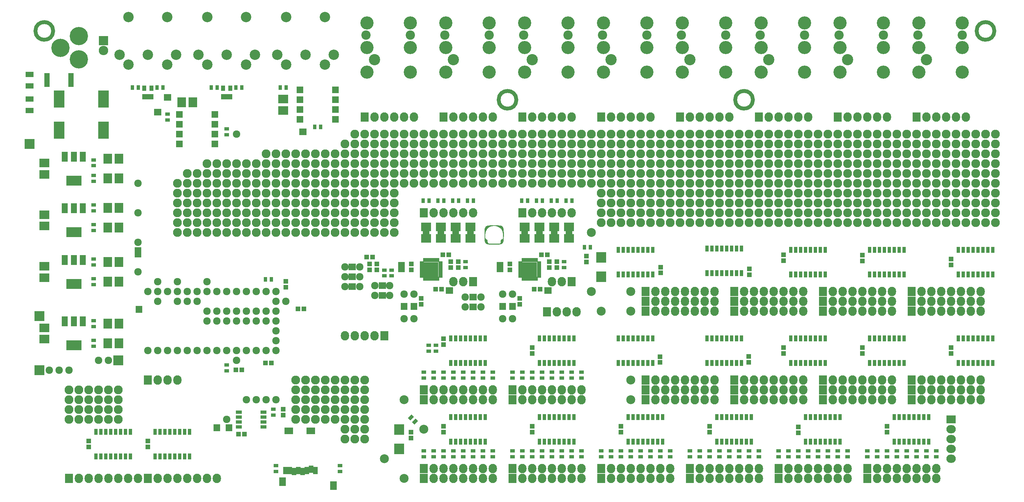
<source format=gbr>
G04 #@! TF.FileFunction,Soldermask,Top*
%FSLAX46Y46*%
G04 Gerber Fmt 4.6, Leading zero omitted, Abs format (unit mm)*
G04 Created by KiCad (PCBNEW 4.0.1-stable) date 2/7/2016 5:33:15 PM*
%MOMM*%
G01*
G04 APERTURE LIST*
%ADD10C,0.100000*%
%ADD11C,1.016000*%
%ADD12C,0.010000*%
%ADD13C,2.279600*%
%ADD14R,2.127200X2.432000*%
%ADD15O,2.127200X2.432000*%
%ADD16R,1.150000X1.200000*%
%ADD17R,2.432000X2.432000*%
%ADD18O,2.432000X2.432000*%
%ADD19R,1.300000X0.900000*%
%ADD20R,1.670000X1.035000*%
%ADD21R,2.630000X2.200000*%
%ADD22R,2.200000X2.630000*%
%ADD23R,1.619200X2.635200*%
%ADD24R,4.006800X2.599640*%
%ADD25C,2.686000*%
%ADD26C,3.400000*%
%ADD27C,2.900000*%
%ADD28C,2.400000*%
%ADD29R,0.900000X1.300000*%
%ADD30R,0.908000X1.543000*%
%ADD31R,1.100000X0.650000*%
%ADD32R,0.650000X1.100000*%
%ADD33R,2.125000X2.125000*%
%ADD34R,1.200000X1.900000*%
%ADD35R,1.800000X2.300000*%
%ADD36R,2.300000X1.800000*%
%ADD37R,1.050000X1.460000*%
%ADD38R,1.799540X1.700480*%
%ADD39R,1.200000X1.150000*%
%ADD40R,1.543000X0.908000*%
%ADD41R,1.035000X1.670000*%
%ADD42R,2.635200X2.635200*%
%ADD43C,1.924000*%
%ADD44C,4.718000*%
%ADD45C,2.305000*%
%ADD46R,2.630000X2.770000*%
%ADD47R,2.800300X4.400500*%
%ADD48R,2.000000X1.400000*%
%ADD49R,1.400000X3.600000*%
%ADD50R,2.432000X2.127200*%
%ADD51O,2.432000X2.127200*%
G04 APERTURE END LIST*
D10*
D11*
X214376000Y-49530000D02*
G75*
G03X214376000Y-49530000I-2286000J0D01*
G01*
X153416000Y-49530000D02*
G75*
G03X153416000Y-49530000I-2286000J0D01*
G01*
X276606000Y-31750000D02*
G75*
G03X276606000Y-31750000I-2286000J0D01*
G01*
X34036000Y-31750000D02*
G75*
G03X34036000Y-31750000I-2286000J0D01*
G01*
D12*
G36*
X147800321Y-81945206D02*
X148034963Y-81947570D01*
X148264191Y-81951499D01*
X148482316Y-81956878D01*
X148683653Y-81963595D01*
X148862515Y-81971534D01*
X149013215Y-81980581D01*
X149130067Y-81990622D01*
X149196287Y-81999454D01*
X149401611Y-82046146D01*
X149573135Y-82110559D01*
X149713834Y-82196253D01*
X149826684Y-82306788D01*
X149914659Y-82445723D01*
X149980734Y-82616619D01*
X150027885Y-82823036D01*
X150055103Y-83027078D01*
X150067975Y-83184179D01*
X150078256Y-83371713D01*
X150086015Y-83584157D01*
X150091323Y-83815989D01*
X150094251Y-84061688D01*
X150094869Y-84315729D01*
X150093248Y-84572592D01*
X150089458Y-84826754D01*
X150083570Y-85072693D01*
X150075654Y-85304885D01*
X150065781Y-85517810D01*
X150054020Y-85705944D01*
X150040444Y-85863766D01*
X150025121Y-85985753D01*
X150016750Y-86031948D01*
X149967465Y-86215986D01*
X149901473Y-86369981D01*
X149815078Y-86496608D01*
X149704584Y-86598544D01*
X149566295Y-86678463D01*
X149396516Y-86739041D01*
X149191550Y-86782956D01*
X148947702Y-86812881D01*
X148936801Y-86813850D01*
X148856577Y-86818692D01*
X148738072Y-86822840D01*
X148587078Y-86826294D01*
X148409387Y-86829058D01*
X148210792Y-86831132D01*
X147997085Y-86832518D01*
X147774060Y-86833219D01*
X147547509Y-86833234D01*
X147323224Y-86832567D01*
X147106998Y-86831219D01*
X146904625Y-86829191D01*
X146721896Y-86826485D01*
X146564604Y-86823102D01*
X146438542Y-86819045D01*
X146349502Y-86814315D01*
X146334653Y-86813113D01*
X146096243Y-86784012D01*
X145896411Y-86741656D01*
X145731008Y-86683998D01*
X145595883Y-86608992D01*
X145486886Y-86514589D01*
X145399868Y-86398743D01*
X145364484Y-86334511D01*
X145331198Y-86260312D01*
X145302462Y-86178280D01*
X145277976Y-86084900D01*
X145257440Y-85976655D01*
X145240552Y-85850027D01*
X145227014Y-85701501D01*
X145216523Y-85527559D01*
X145208781Y-85324684D01*
X145203487Y-85089360D01*
X145200340Y-84818070D01*
X145200105Y-84761813D01*
X145313808Y-84761813D01*
X145322479Y-84953164D01*
X145340331Y-85122684D01*
X145367562Y-85262828D01*
X145396885Y-85350202D01*
X145456756Y-85440225D01*
X145545114Y-85518981D01*
X145646565Y-85574562D01*
X145709877Y-85592259D01*
X145767938Y-85603830D01*
X145809941Y-85621754D01*
X145839989Y-85653205D01*
X145862185Y-85705358D01*
X145880631Y-85785389D01*
X145899429Y-85900472D01*
X145904136Y-85931992D01*
X145940301Y-86135906D01*
X145983281Y-86300234D01*
X146034930Y-86429285D01*
X146097100Y-86527366D01*
X146171647Y-86598786D01*
X146198867Y-86616988D01*
X146214691Y-86625798D01*
X146233310Y-86633321D01*
X146258117Y-86639658D01*
X146292507Y-86644909D01*
X146339875Y-86649173D01*
X146403615Y-86652551D01*
X146487122Y-86655143D01*
X146593790Y-86657049D01*
X146727013Y-86658369D01*
X146890187Y-86659203D01*
X147086704Y-86659651D01*
X147319961Y-86659813D01*
X147593352Y-86659790D01*
X147650200Y-86659773D01*
X147895606Y-86659383D01*
X148129762Y-86658413D01*
X148348615Y-86656918D01*
X148548112Y-86654954D01*
X148724199Y-86652577D01*
X148872823Y-86649842D01*
X148989931Y-86646805D01*
X149071468Y-86643522D01*
X149113382Y-86640049D01*
X149115596Y-86639613D01*
X149187939Y-86612590D01*
X149251309Y-86572908D01*
X149256486Y-86568357D01*
X149299494Y-86522010D01*
X149331929Y-86468243D01*
X149355626Y-86399771D01*
X149372414Y-86309308D01*
X149384127Y-86189568D01*
X149392597Y-86033265D01*
X149392908Y-86025814D01*
X149399201Y-85886390D01*
X149407039Y-85784219D01*
X149419758Y-85712420D01*
X149440698Y-85664109D01*
X149473199Y-85632402D01*
X149520598Y-85610417D01*
X149586235Y-85591271D01*
X149606234Y-85586030D01*
X149725578Y-85550229D01*
X149810926Y-85509648D01*
X149869616Y-85455795D01*
X149908984Y-85380175D01*
X149936369Y-85274296D01*
X149950956Y-85186990D01*
X149961614Y-85085339D01*
X149969317Y-84950514D01*
X149974077Y-84792993D01*
X149975904Y-84623255D01*
X149974809Y-84451775D01*
X149970803Y-84289032D01*
X149963897Y-84145502D01*
X149954103Y-84031665D01*
X149949709Y-83998904D01*
X149906759Y-83773435D01*
X149849573Y-83553441D01*
X149782204Y-83353097D01*
X149729547Y-83228722D01*
X149595860Y-82995700D01*
X149424464Y-82778776D01*
X149220090Y-82581797D01*
X148987469Y-82408607D01*
X148731333Y-82263051D01*
X148456412Y-82148974D01*
X148364785Y-82119609D01*
X148171681Y-82076690D01*
X147949052Y-82051809D01*
X147707510Y-82044566D01*
X147457671Y-82054562D01*
X147210152Y-82081396D01*
X146975566Y-82124670D01*
X146778227Y-82179347D01*
X146527066Y-82282811D01*
X146289056Y-82419081D01*
X146071978Y-82582451D01*
X145883612Y-82767212D01*
X145758070Y-82927686D01*
X145691645Y-83035436D01*
X145619690Y-83169189D01*
X145549671Y-83313517D01*
X145489052Y-83452988D01*
X145445299Y-83572172D01*
X145443484Y-83577980D01*
X145401233Y-83741800D01*
X145366973Y-83929078D01*
X145340902Y-84132266D01*
X145323218Y-84343817D01*
X145314121Y-84556182D01*
X145313808Y-84761813D01*
X145200105Y-84761813D01*
X145199040Y-84507296D01*
X145198965Y-84396469D01*
X145199798Y-84060669D01*
X145202569Y-83765720D01*
X145207729Y-83508325D01*
X145215727Y-83285186D01*
X145227014Y-83093005D01*
X145242038Y-82928484D01*
X145261252Y-82788327D01*
X145285103Y-82669234D01*
X145314043Y-82567910D01*
X145348521Y-82481056D01*
X145388987Y-82405374D01*
X145435892Y-82337566D01*
X145488346Y-82275786D01*
X145554483Y-82210369D01*
X145625364Y-82154946D01*
X145705299Y-82108547D01*
X145798602Y-82070204D01*
X145909583Y-82038947D01*
X146042555Y-82013807D01*
X146201829Y-81993815D01*
X146391717Y-81978002D01*
X146616532Y-81965398D01*
X146880584Y-81955035D01*
X146921331Y-81953695D01*
X147120768Y-81948653D01*
X147337536Y-81945633D01*
X147565950Y-81944523D01*
X147800321Y-81945206D01*
X147800321Y-81945206D01*
G37*
X147800321Y-81945206D02*
X148034963Y-81947570D01*
X148264191Y-81951499D01*
X148482316Y-81956878D01*
X148683653Y-81963595D01*
X148862515Y-81971534D01*
X149013215Y-81980581D01*
X149130067Y-81990622D01*
X149196287Y-81999454D01*
X149401611Y-82046146D01*
X149573135Y-82110559D01*
X149713834Y-82196253D01*
X149826684Y-82306788D01*
X149914659Y-82445723D01*
X149980734Y-82616619D01*
X150027885Y-82823036D01*
X150055103Y-83027078D01*
X150067975Y-83184179D01*
X150078256Y-83371713D01*
X150086015Y-83584157D01*
X150091323Y-83815989D01*
X150094251Y-84061688D01*
X150094869Y-84315729D01*
X150093248Y-84572592D01*
X150089458Y-84826754D01*
X150083570Y-85072693D01*
X150075654Y-85304885D01*
X150065781Y-85517810D01*
X150054020Y-85705944D01*
X150040444Y-85863766D01*
X150025121Y-85985753D01*
X150016750Y-86031948D01*
X149967465Y-86215986D01*
X149901473Y-86369981D01*
X149815078Y-86496608D01*
X149704584Y-86598544D01*
X149566295Y-86678463D01*
X149396516Y-86739041D01*
X149191550Y-86782956D01*
X148947702Y-86812881D01*
X148936801Y-86813850D01*
X148856577Y-86818692D01*
X148738072Y-86822840D01*
X148587078Y-86826294D01*
X148409387Y-86829058D01*
X148210792Y-86831132D01*
X147997085Y-86832518D01*
X147774060Y-86833219D01*
X147547509Y-86833234D01*
X147323224Y-86832567D01*
X147106998Y-86831219D01*
X146904625Y-86829191D01*
X146721896Y-86826485D01*
X146564604Y-86823102D01*
X146438542Y-86819045D01*
X146349502Y-86814315D01*
X146334653Y-86813113D01*
X146096243Y-86784012D01*
X145896411Y-86741656D01*
X145731008Y-86683998D01*
X145595883Y-86608992D01*
X145486886Y-86514589D01*
X145399868Y-86398743D01*
X145364484Y-86334511D01*
X145331198Y-86260312D01*
X145302462Y-86178280D01*
X145277976Y-86084900D01*
X145257440Y-85976655D01*
X145240552Y-85850027D01*
X145227014Y-85701501D01*
X145216523Y-85527559D01*
X145208781Y-85324684D01*
X145203487Y-85089360D01*
X145200340Y-84818070D01*
X145200105Y-84761813D01*
X145313808Y-84761813D01*
X145322479Y-84953164D01*
X145340331Y-85122684D01*
X145367562Y-85262828D01*
X145396885Y-85350202D01*
X145456756Y-85440225D01*
X145545114Y-85518981D01*
X145646565Y-85574562D01*
X145709877Y-85592259D01*
X145767938Y-85603830D01*
X145809941Y-85621754D01*
X145839989Y-85653205D01*
X145862185Y-85705358D01*
X145880631Y-85785389D01*
X145899429Y-85900472D01*
X145904136Y-85931992D01*
X145940301Y-86135906D01*
X145983281Y-86300234D01*
X146034930Y-86429285D01*
X146097100Y-86527366D01*
X146171647Y-86598786D01*
X146198867Y-86616988D01*
X146214691Y-86625798D01*
X146233310Y-86633321D01*
X146258117Y-86639658D01*
X146292507Y-86644909D01*
X146339875Y-86649173D01*
X146403615Y-86652551D01*
X146487122Y-86655143D01*
X146593790Y-86657049D01*
X146727013Y-86658369D01*
X146890187Y-86659203D01*
X147086704Y-86659651D01*
X147319961Y-86659813D01*
X147593352Y-86659790D01*
X147650200Y-86659773D01*
X147895606Y-86659383D01*
X148129762Y-86658413D01*
X148348615Y-86656918D01*
X148548112Y-86654954D01*
X148724199Y-86652577D01*
X148872823Y-86649842D01*
X148989931Y-86646805D01*
X149071468Y-86643522D01*
X149113382Y-86640049D01*
X149115596Y-86639613D01*
X149187939Y-86612590D01*
X149251309Y-86572908D01*
X149256486Y-86568357D01*
X149299494Y-86522010D01*
X149331929Y-86468243D01*
X149355626Y-86399771D01*
X149372414Y-86309308D01*
X149384127Y-86189568D01*
X149392597Y-86033265D01*
X149392908Y-86025814D01*
X149399201Y-85886390D01*
X149407039Y-85784219D01*
X149419758Y-85712420D01*
X149440698Y-85664109D01*
X149473199Y-85632402D01*
X149520598Y-85610417D01*
X149586235Y-85591271D01*
X149606234Y-85586030D01*
X149725578Y-85550229D01*
X149810926Y-85509648D01*
X149869616Y-85455795D01*
X149908984Y-85380175D01*
X149936369Y-85274296D01*
X149950956Y-85186990D01*
X149961614Y-85085339D01*
X149969317Y-84950514D01*
X149974077Y-84792993D01*
X149975904Y-84623255D01*
X149974809Y-84451775D01*
X149970803Y-84289032D01*
X149963897Y-84145502D01*
X149954103Y-84031665D01*
X149949709Y-83998904D01*
X149906759Y-83773435D01*
X149849573Y-83553441D01*
X149782204Y-83353097D01*
X149729547Y-83228722D01*
X149595860Y-82995700D01*
X149424464Y-82778776D01*
X149220090Y-82581797D01*
X148987469Y-82408607D01*
X148731333Y-82263051D01*
X148456412Y-82148974D01*
X148364785Y-82119609D01*
X148171681Y-82076690D01*
X147949052Y-82051809D01*
X147707510Y-82044566D01*
X147457671Y-82054562D01*
X147210152Y-82081396D01*
X146975566Y-82124670D01*
X146778227Y-82179347D01*
X146527066Y-82282811D01*
X146289056Y-82419081D01*
X146071978Y-82582451D01*
X145883612Y-82767212D01*
X145758070Y-82927686D01*
X145691645Y-83035436D01*
X145619690Y-83169189D01*
X145549671Y-83313517D01*
X145489052Y-83452988D01*
X145445299Y-83572172D01*
X145443484Y-83577980D01*
X145401233Y-83741800D01*
X145366973Y-83929078D01*
X145340902Y-84132266D01*
X145323218Y-84343817D01*
X145314121Y-84556182D01*
X145313808Y-84761813D01*
X145200105Y-84761813D01*
X145199040Y-84507296D01*
X145198965Y-84396469D01*
X145199798Y-84060669D01*
X145202569Y-83765720D01*
X145207729Y-83508325D01*
X145215727Y-83285186D01*
X145227014Y-83093005D01*
X145242038Y-82928484D01*
X145261252Y-82788327D01*
X145285103Y-82669234D01*
X145314043Y-82567910D01*
X145348521Y-82481056D01*
X145388987Y-82405374D01*
X145435892Y-82337566D01*
X145488346Y-82275786D01*
X145554483Y-82210369D01*
X145625364Y-82154946D01*
X145705299Y-82108547D01*
X145798602Y-82070204D01*
X145909583Y-82038947D01*
X146042555Y-82013807D01*
X146201829Y-81993815D01*
X146391717Y-81978002D01*
X146616532Y-81965398D01*
X146880584Y-81955035D01*
X146921331Y-81953695D01*
X147120768Y-81948653D01*
X147337536Y-81945633D01*
X147565950Y-81944523D01*
X147800321Y-81945206D01*
D13*
X104140000Y-132080000D03*
X106680000Y-132080000D03*
X101600000Y-132080000D03*
X96520000Y-132080000D03*
X99060000Y-132080000D03*
D14*
X58420000Y-121920000D03*
D15*
X60960000Y-121920000D03*
X63500000Y-121920000D03*
X66040000Y-121920000D03*
D13*
X40640000Y-124460000D03*
X43180000Y-124460000D03*
X48260000Y-124460000D03*
X45720000Y-124460000D03*
X38100000Y-124460000D03*
X50800000Y-124460000D03*
X38100000Y-129540000D03*
X38100000Y-127000000D03*
X40640000Y-127000000D03*
X40640000Y-129540000D03*
X40640000Y-132080000D03*
X38100000Y-132080000D03*
X109220000Y-134620000D03*
X109220000Y-137160000D03*
X109220000Y-132080000D03*
X114300000Y-137160000D03*
X111760000Y-134620000D03*
X114300000Y-134620000D03*
X114300000Y-132080000D03*
X111760000Y-137160000D03*
X111760000Y-132080000D03*
X106680000Y-129540000D03*
X104140000Y-129540000D03*
X101600000Y-129540000D03*
X96520000Y-129540000D03*
X99060000Y-129540000D03*
X109220000Y-129540000D03*
X111760000Y-129540000D03*
X114300000Y-129540000D03*
X109220000Y-127000000D03*
X111760000Y-127000000D03*
X106680000Y-127000000D03*
X106680000Y-121920000D03*
X111760000Y-121920000D03*
X106680000Y-124460000D03*
X109220000Y-124460000D03*
X111760000Y-124460000D03*
X109220000Y-121920000D03*
X114300000Y-121920000D03*
X114300000Y-127000000D03*
X114300000Y-124460000D03*
X101600000Y-124460000D03*
X104140000Y-127000000D03*
X99060000Y-124460000D03*
X96520000Y-127000000D03*
X104140000Y-124460000D03*
X99060000Y-127000000D03*
X101600000Y-127000000D03*
X96520000Y-124460000D03*
X101600000Y-121920000D03*
X104140000Y-121920000D03*
X99060000Y-121920000D03*
X96520000Y-121920000D03*
X48260000Y-127000000D03*
X48260000Y-129540000D03*
X48260000Y-132080000D03*
X45720000Y-132080000D03*
X50800000Y-127000000D03*
X50800000Y-129540000D03*
X50800000Y-132080000D03*
X43180000Y-127000000D03*
X45720000Y-129540000D03*
X45720000Y-127000000D03*
X43180000Y-132080000D03*
X43180000Y-129540000D03*
X73660000Y-66040000D03*
X83820000Y-66040000D03*
X81280000Y-66040000D03*
X88900000Y-66040000D03*
X86360000Y-66040000D03*
X88900000Y-63500000D03*
X78740000Y-66040000D03*
X93980000Y-63500000D03*
X91440000Y-66040000D03*
X91440000Y-63500000D03*
X93980000Y-66040000D03*
X96520000Y-66040000D03*
X96520000Y-63500000D03*
X101600000Y-66040000D03*
X99060000Y-66040000D03*
X101600000Y-63500000D03*
X99060000Y-63500000D03*
X106680000Y-63500000D03*
X104140000Y-66040000D03*
X104140000Y-63500000D03*
X106680000Y-66040000D03*
X119380000Y-63500000D03*
X119380000Y-66040000D03*
X121920000Y-63500000D03*
X121920000Y-66040000D03*
X124460000Y-63500000D03*
X124460000Y-66040000D03*
X124460000Y-58420000D03*
X124460000Y-60960000D03*
X121920000Y-60960000D03*
X121920000Y-58420000D03*
X116840000Y-60960000D03*
X116840000Y-58420000D03*
X119380000Y-58420000D03*
X116840000Y-63500000D03*
X116840000Y-66040000D03*
X119380000Y-60960000D03*
X109220000Y-66040000D03*
X109220000Y-63500000D03*
X114300000Y-66040000D03*
X114300000Y-63500000D03*
X111760000Y-66040000D03*
X111760000Y-63500000D03*
X111760000Y-58420000D03*
X111760000Y-60960000D03*
X114300000Y-60960000D03*
X114300000Y-58420000D03*
X109220000Y-60960000D03*
X76200000Y-66040000D03*
X261620000Y-78740000D03*
X261620000Y-81280000D03*
X266700000Y-78740000D03*
X264160000Y-81280000D03*
X266700000Y-81280000D03*
X264160000Y-78740000D03*
X259080000Y-78740000D03*
X259080000Y-81280000D03*
X254000000Y-81280000D03*
X256540000Y-81280000D03*
X254000000Y-78740000D03*
X269240000Y-81280000D03*
X271780000Y-78740000D03*
X271780000Y-81280000D03*
X269240000Y-78740000D03*
X256540000Y-78740000D03*
X276860000Y-81280000D03*
X274320000Y-81280000D03*
X274320000Y-78740000D03*
X276860000Y-78740000D03*
X228600000Y-81280000D03*
X228600000Y-78740000D03*
X231140000Y-81280000D03*
X231140000Y-78740000D03*
X226060000Y-78740000D03*
X220980000Y-78740000D03*
X226060000Y-81280000D03*
X220980000Y-81280000D03*
X223520000Y-78740000D03*
X223520000Y-81280000D03*
X200660000Y-78740000D03*
X200660000Y-81280000D03*
X198120000Y-81280000D03*
X198120000Y-78740000D03*
X193040000Y-81280000D03*
X195580000Y-78740000D03*
X193040000Y-78740000D03*
X195580000Y-81280000D03*
X203200000Y-81280000D03*
X205740000Y-78740000D03*
X203200000Y-78740000D03*
X205740000Y-81280000D03*
X180340000Y-78740000D03*
X177800000Y-81280000D03*
X180340000Y-81280000D03*
X175260000Y-81280000D03*
X175260000Y-78740000D03*
X177800000Y-78740000D03*
X190500000Y-78740000D03*
X187960000Y-78740000D03*
X187960000Y-81280000D03*
X190500000Y-81280000D03*
X182880000Y-78740000D03*
X182880000Y-81280000D03*
X185420000Y-81280000D03*
X185420000Y-78740000D03*
X208280000Y-81280000D03*
X210820000Y-81280000D03*
X213360000Y-81280000D03*
X213360000Y-78740000D03*
X210820000Y-78740000D03*
X208280000Y-78740000D03*
X218440000Y-81280000D03*
X215900000Y-78740000D03*
X215900000Y-81280000D03*
X218440000Y-78740000D03*
X243840000Y-81280000D03*
X246380000Y-81280000D03*
X246380000Y-78740000D03*
X243840000Y-78740000D03*
X251460000Y-78740000D03*
X248920000Y-81280000D03*
X251460000Y-81280000D03*
X248920000Y-78740000D03*
X233680000Y-78740000D03*
X236220000Y-81280000D03*
X233680000Y-81280000D03*
X236220000Y-78740000D03*
X238760000Y-81280000D03*
X241300000Y-81280000D03*
X238760000Y-78740000D03*
X241300000Y-78740000D03*
X261620000Y-73660000D03*
X261620000Y-76200000D03*
X266700000Y-73660000D03*
X264160000Y-76200000D03*
X266700000Y-76200000D03*
X264160000Y-73660000D03*
X259080000Y-73660000D03*
X259080000Y-76200000D03*
X254000000Y-76200000D03*
X256540000Y-76200000D03*
X254000000Y-73660000D03*
X269240000Y-76200000D03*
X271780000Y-73660000D03*
X271780000Y-76200000D03*
X269240000Y-73660000D03*
X256540000Y-73660000D03*
X276860000Y-76200000D03*
X274320000Y-76200000D03*
X274320000Y-73660000D03*
X276860000Y-73660000D03*
X228600000Y-76200000D03*
X228600000Y-73660000D03*
X231140000Y-76200000D03*
X231140000Y-73660000D03*
X226060000Y-73660000D03*
X220980000Y-73660000D03*
X226060000Y-76200000D03*
X220980000Y-76200000D03*
X223520000Y-73660000D03*
X223520000Y-76200000D03*
X200660000Y-73660000D03*
X200660000Y-76200000D03*
X198120000Y-76200000D03*
X198120000Y-73660000D03*
X193040000Y-76200000D03*
X195580000Y-73660000D03*
X193040000Y-73660000D03*
X195580000Y-76200000D03*
X203200000Y-76200000D03*
X205740000Y-73660000D03*
X203200000Y-73660000D03*
X205740000Y-76200000D03*
X180340000Y-73660000D03*
X177800000Y-76200000D03*
X180340000Y-76200000D03*
X175260000Y-76200000D03*
X175260000Y-73660000D03*
X177800000Y-73660000D03*
X190500000Y-73660000D03*
X187960000Y-73660000D03*
X187960000Y-76200000D03*
X190500000Y-76200000D03*
X182880000Y-73660000D03*
X182880000Y-76200000D03*
X185420000Y-76200000D03*
X185420000Y-73660000D03*
X208280000Y-76200000D03*
X210820000Y-76200000D03*
X213360000Y-76200000D03*
X213360000Y-73660000D03*
X210820000Y-73660000D03*
X208280000Y-73660000D03*
X218440000Y-76200000D03*
X215900000Y-73660000D03*
X215900000Y-76200000D03*
X218440000Y-73660000D03*
X243840000Y-76200000D03*
X246380000Y-76200000D03*
X246380000Y-73660000D03*
X243840000Y-73660000D03*
X251460000Y-73660000D03*
X248920000Y-76200000D03*
X251460000Y-76200000D03*
X248920000Y-73660000D03*
X233680000Y-73660000D03*
X236220000Y-76200000D03*
X233680000Y-76200000D03*
X236220000Y-73660000D03*
X238760000Y-76200000D03*
X241300000Y-76200000D03*
X238760000Y-73660000D03*
X241300000Y-73660000D03*
X231140000Y-58420000D03*
X228600000Y-60960000D03*
X228600000Y-58420000D03*
X231140000Y-60960000D03*
X218440000Y-58420000D03*
X215900000Y-60960000D03*
X218440000Y-60960000D03*
X215900000Y-58420000D03*
X223520000Y-60960000D03*
X220980000Y-58420000D03*
X223520000Y-58420000D03*
X226060000Y-60960000D03*
X220980000Y-60960000D03*
X226060000Y-58420000D03*
X203200000Y-60960000D03*
X203200000Y-58420000D03*
X205740000Y-58420000D03*
X205740000Y-60960000D03*
X208280000Y-58420000D03*
X208280000Y-60960000D03*
X213360000Y-58420000D03*
X210820000Y-58420000D03*
X210820000Y-60960000D03*
X213360000Y-60960000D03*
X264160000Y-58420000D03*
X261620000Y-58420000D03*
X264160000Y-60960000D03*
X266700000Y-60960000D03*
X266700000Y-58420000D03*
X261620000Y-60960000D03*
X256540000Y-60960000D03*
X254000000Y-60960000D03*
X259080000Y-60960000D03*
X254000000Y-58420000D03*
X256540000Y-58420000D03*
X259080000Y-58420000D03*
X251460000Y-60960000D03*
X251460000Y-58420000D03*
X246380000Y-58420000D03*
X248920000Y-58420000D03*
X248920000Y-60960000D03*
X246380000Y-60960000D03*
X236220000Y-58420000D03*
X233680000Y-60960000D03*
X233680000Y-58420000D03*
X236220000Y-60960000D03*
X276860000Y-58420000D03*
X269240000Y-58420000D03*
X274320000Y-58420000D03*
X276860000Y-60960000D03*
X271780000Y-60960000D03*
X269240000Y-60960000D03*
X271780000Y-58420000D03*
X274320000Y-60960000D03*
X241300000Y-58420000D03*
X243840000Y-58420000D03*
X241300000Y-60960000D03*
X243840000Y-60960000D03*
X238760000Y-58420000D03*
X238760000Y-60960000D03*
X198120000Y-58420000D03*
X200660000Y-58420000D03*
X198120000Y-60960000D03*
X200660000Y-60960000D03*
X185420000Y-60960000D03*
X187960000Y-60960000D03*
X190500000Y-58420000D03*
X195580000Y-58420000D03*
X193040000Y-58420000D03*
X190500000Y-60960000D03*
X195580000Y-60960000D03*
X193040000Y-60960000D03*
X187960000Y-58420000D03*
X180340000Y-58420000D03*
X182880000Y-58420000D03*
X185420000Y-58420000D03*
X182880000Y-60960000D03*
X180340000Y-60960000D03*
X177800000Y-58420000D03*
X175260000Y-60960000D03*
X177800000Y-60960000D03*
X175260000Y-58420000D03*
X172720000Y-58420000D03*
X170180000Y-60960000D03*
X170180000Y-58420000D03*
X167640000Y-58420000D03*
X167640000Y-60960000D03*
X172720000Y-60960000D03*
X129540000Y-58420000D03*
X129540000Y-60960000D03*
X127000000Y-58420000D03*
X165100000Y-60960000D03*
X165100000Y-58420000D03*
X162560000Y-60960000D03*
X160020000Y-60960000D03*
X162560000Y-58420000D03*
X160020000Y-58420000D03*
X154940000Y-58420000D03*
X157480000Y-58420000D03*
X157480000Y-60960000D03*
X154940000Y-60960000D03*
X149860000Y-60960000D03*
X147320000Y-58420000D03*
X149860000Y-58420000D03*
X147320000Y-60960000D03*
X152400000Y-58420000D03*
X144780000Y-60960000D03*
X144780000Y-58420000D03*
X152400000Y-60960000D03*
X139700000Y-58420000D03*
X142240000Y-58420000D03*
X142240000Y-60960000D03*
X139700000Y-60960000D03*
X134620000Y-60960000D03*
X132080000Y-60960000D03*
X137160000Y-58420000D03*
X132080000Y-58420000D03*
X137160000Y-60960000D03*
X134620000Y-58420000D03*
X127000000Y-60960000D03*
X231140000Y-63500000D03*
X228600000Y-66040000D03*
X228600000Y-63500000D03*
X231140000Y-66040000D03*
X218440000Y-63500000D03*
X215900000Y-66040000D03*
X218440000Y-66040000D03*
X215900000Y-63500000D03*
X223520000Y-66040000D03*
X220980000Y-63500000D03*
X223520000Y-63500000D03*
X226060000Y-66040000D03*
X220980000Y-66040000D03*
X226060000Y-63500000D03*
X203200000Y-66040000D03*
X203200000Y-63500000D03*
X205740000Y-63500000D03*
X205740000Y-66040000D03*
X208280000Y-63500000D03*
X208280000Y-66040000D03*
X213360000Y-63500000D03*
X210820000Y-63500000D03*
X210820000Y-66040000D03*
X213360000Y-66040000D03*
X264160000Y-63500000D03*
X261620000Y-63500000D03*
X264160000Y-66040000D03*
X266700000Y-66040000D03*
X266700000Y-63500000D03*
X261620000Y-66040000D03*
X256540000Y-66040000D03*
X254000000Y-66040000D03*
X259080000Y-66040000D03*
X254000000Y-63500000D03*
X256540000Y-63500000D03*
X259080000Y-63500000D03*
X251460000Y-66040000D03*
X251460000Y-63500000D03*
X246380000Y-63500000D03*
X248920000Y-63500000D03*
X248920000Y-66040000D03*
X246380000Y-66040000D03*
X236220000Y-63500000D03*
X233680000Y-66040000D03*
X233680000Y-63500000D03*
X236220000Y-66040000D03*
X276860000Y-63500000D03*
X269240000Y-63500000D03*
X274320000Y-63500000D03*
X276860000Y-66040000D03*
X271780000Y-66040000D03*
X269240000Y-66040000D03*
X271780000Y-63500000D03*
X274320000Y-66040000D03*
X241300000Y-63500000D03*
X243840000Y-63500000D03*
X241300000Y-66040000D03*
X243840000Y-66040000D03*
X238760000Y-63500000D03*
X238760000Y-66040000D03*
X198120000Y-63500000D03*
X200660000Y-63500000D03*
X198120000Y-66040000D03*
X200660000Y-66040000D03*
X185420000Y-66040000D03*
X187960000Y-66040000D03*
X190500000Y-63500000D03*
X195580000Y-63500000D03*
X193040000Y-63500000D03*
X190500000Y-66040000D03*
X195580000Y-66040000D03*
X193040000Y-66040000D03*
X187960000Y-63500000D03*
X180340000Y-63500000D03*
X182880000Y-63500000D03*
X185420000Y-63500000D03*
X182880000Y-66040000D03*
X180340000Y-66040000D03*
X177800000Y-63500000D03*
X175260000Y-66040000D03*
X177800000Y-66040000D03*
X175260000Y-63500000D03*
X172720000Y-63500000D03*
X170180000Y-66040000D03*
X170180000Y-63500000D03*
X167640000Y-63500000D03*
X167640000Y-66040000D03*
X172720000Y-66040000D03*
X129540000Y-63500000D03*
X129540000Y-66040000D03*
X127000000Y-63500000D03*
X165100000Y-66040000D03*
X165100000Y-63500000D03*
X162560000Y-66040000D03*
X160020000Y-66040000D03*
X162560000Y-63500000D03*
X160020000Y-63500000D03*
X154940000Y-63500000D03*
X157480000Y-63500000D03*
X157480000Y-66040000D03*
X154940000Y-66040000D03*
X149860000Y-66040000D03*
X147320000Y-63500000D03*
X149860000Y-63500000D03*
X147320000Y-66040000D03*
X152400000Y-63500000D03*
X144780000Y-66040000D03*
X144780000Y-63500000D03*
X152400000Y-66040000D03*
X139700000Y-63500000D03*
X142240000Y-63500000D03*
X142240000Y-66040000D03*
X139700000Y-66040000D03*
X134620000Y-66040000D03*
X132080000Y-66040000D03*
X137160000Y-63500000D03*
X132080000Y-63500000D03*
X137160000Y-66040000D03*
X134620000Y-63500000D03*
X127000000Y-66040000D03*
X276860000Y-68580000D03*
X271780000Y-68580000D03*
X264160000Y-68580000D03*
X266700000Y-68580000D03*
X269240000Y-68580000D03*
X274320000Y-68580000D03*
X276860000Y-71120000D03*
X271780000Y-71120000D03*
X274320000Y-71120000D03*
X269240000Y-71120000D03*
X266700000Y-71120000D03*
X264160000Y-71120000D03*
X261620000Y-68580000D03*
X256540000Y-68580000D03*
X248920000Y-68580000D03*
X251460000Y-68580000D03*
X254000000Y-68580000D03*
X259080000Y-68580000D03*
X261620000Y-71120000D03*
X256540000Y-71120000D03*
X259080000Y-71120000D03*
X254000000Y-71120000D03*
X251460000Y-71120000D03*
X248920000Y-71120000D03*
X246380000Y-68580000D03*
X241300000Y-68580000D03*
X233680000Y-68580000D03*
X236220000Y-68580000D03*
X238760000Y-68580000D03*
X243840000Y-68580000D03*
X246380000Y-71120000D03*
X241300000Y-71120000D03*
X243840000Y-71120000D03*
X238760000Y-71120000D03*
X236220000Y-71120000D03*
X233680000Y-71120000D03*
X231140000Y-68580000D03*
X226060000Y-68580000D03*
X218440000Y-68580000D03*
X220980000Y-68580000D03*
X223520000Y-68580000D03*
X228600000Y-68580000D03*
X231140000Y-71120000D03*
X226060000Y-71120000D03*
X228600000Y-71120000D03*
X223520000Y-71120000D03*
X220980000Y-71120000D03*
X218440000Y-71120000D03*
X215900000Y-68580000D03*
X210820000Y-68580000D03*
X203200000Y-68580000D03*
X205740000Y-68580000D03*
X208280000Y-68580000D03*
X213360000Y-68580000D03*
X215900000Y-71120000D03*
X210820000Y-71120000D03*
X213360000Y-71120000D03*
X208280000Y-71120000D03*
X205740000Y-71120000D03*
X203200000Y-71120000D03*
X200660000Y-68580000D03*
X195580000Y-68580000D03*
X187960000Y-68580000D03*
X190500000Y-68580000D03*
X193040000Y-68580000D03*
X198120000Y-68580000D03*
X200660000Y-71120000D03*
X195580000Y-71120000D03*
X198120000Y-71120000D03*
X193040000Y-71120000D03*
X190500000Y-71120000D03*
X187960000Y-71120000D03*
X185420000Y-68580000D03*
X180340000Y-68580000D03*
X172720000Y-68580000D03*
X175260000Y-68580000D03*
X177800000Y-68580000D03*
X182880000Y-68580000D03*
X185420000Y-71120000D03*
X180340000Y-71120000D03*
X182880000Y-71120000D03*
X177800000Y-71120000D03*
X175260000Y-71120000D03*
X172720000Y-71120000D03*
X170180000Y-68580000D03*
X165100000Y-68580000D03*
X157480000Y-68580000D03*
X160020000Y-68580000D03*
X162560000Y-68580000D03*
X167640000Y-68580000D03*
X170180000Y-71120000D03*
X165100000Y-71120000D03*
X167640000Y-71120000D03*
X162560000Y-71120000D03*
X160020000Y-71120000D03*
X157480000Y-71120000D03*
X154940000Y-68580000D03*
X149860000Y-68580000D03*
X142240000Y-68580000D03*
X144780000Y-68580000D03*
X147320000Y-68580000D03*
X152400000Y-68580000D03*
X154940000Y-71120000D03*
X149860000Y-71120000D03*
X152400000Y-71120000D03*
X147320000Y-71120000D03*
X144780000Y-71120000D03*
X142240000Y-71120000D03*
X139700000Y-68580000D03*
X134620000Y-68580000D03*
X127000000Y-68580000D03*
X129540000Y-68580000D03*
X132080000Y-68580000D03*
X137160000Y-68580000D03*
X139700000Y-71120000D03*
X134620000Y-71120000D03*
X137160000Y-71120000D03*
X132080000Y-71120000D03*
X129540000Y-71120000D03*
X127000000Y-71120000D03*
X124460000Y-68580000D03*
X124460000Y-71120000D03*
X121920000Y-68580000D03*
X119380000Y-68580000D03*
X116840000Y-71120000D03*
X111760000Y-73660000D03*
X114300000Y-73660000D03*
X116840000Y-73660000D03*
X111760000Y-78740000D03*
X111760000Y-81280000D03*
X111760000Y-83820000D03*
X114300000Y-83820000D03*
X111760000Y-76200000D03*
X114300000Y-76200000D03*
X114300000Y-78740000D03*
X116840000Y-78740000D03*
X116840000Y-83820000D03*
X114300000Y-81280000D03*
X116840000Y-81280000D03*
X119380000Y-81280000D03*
X121920000Y-81280000D03*
X121920000Y-83820000D03*
X119380000Y-83820000D03*
X111760000Y-68580000D03*
X114300000Y-71120000D03*
X114300000Y-68580000D03*
X116840000Y-68580000D03*
X111760000Y-71120000D03*
X119380000Y-71120000D03*
X119380000Y-73660000D03*
X121920000Y-73660000D03*
X121920000Y-71120000D03*
X116840000Y-76200000D03*
X119380000Y-76200000D03*
X121920000Y-76200000D03*
X119380000Y-78740000D03*
X121920000Y-78740000D03*
X66040000Y-76200000D03*
X66040000Y-78740000D03*
X66040000Y-71120000D03*
X66040000Y-73660000D03*
X66040000Y-81280000D03*
X66040000Y-83820000D03*
X73660000Y-73660000D03*
X73660000Y-76200000D03*
X73660000Y-78740000D03*
X73660000Y-83820000D03*
X73660000Y-81280000D03*
X68580000Y-71120000D03*
X71120000Y-71120000D03*
X68580000Y-73660000D03*
X71120000Y-73660000D03*
X68580000Y-76200000D03*
X71120000Y-76200000D03*
X68580000Y-78740000D03*
X71120000Y-83820000D03*
X68580000Y-81280000D03*
X71120000Y-81280000D03*
X68580000Y-83820000D03*
X71120000Y-78740000D03*
X68580000Y-68580000D03*
X71120000Y-68580000D03*
X73660000Y-68580000D03*
X73660000Y-71120000D03*
X109220000Y-83820000D03*
X106680000Y-83820000D03*
X104140000Y-83820000D03*
X101600000Y-83820000D03*
X99060000Y-83820000D03*
X96520000Y-83820000D03*
X93980000Y-83820000D03*
X91440000Y-83820000D03*
X88900000Y-83820000D03*
X86360000Y-83820000D03*
X83820000Y-83820000D03*
X81280000Y-83820000D03*
X78740000Y-83820000D03*
X76200000Y-83820000D03*
X109220000Y-81280000D03*
X106680000Y-81280000D03*
X104140000Y-81280000D03*
X101600000Y-81280000D03*
X99060000Y-81280000D03*
X96520000Y-81280000D03*
X93980000Y-81280000D03*
X91440000Y-81280000D03*
X88900000Y-81280000D03*
X86360000Y-81280000D03*
X83820000Y-81280000D03*
X81280000Y-81280000D03*
X78740000Y-81280000D03*
X76200000Y-81280000D03*
X109220000Y-78740000D03*
X106680000Y-78740000D03*
X104140000Y-78740000D03*
X101600000Y-78740000D03*
X99060000Y-78740000D03*
X96520000Y-78740000D03*
X93980000Y-78740000D03*
X91440000Y-78740000D03*
X88900000Y-78740000D03*
X86360000Y-78740000D03*
X83820000Y-78740000D03*
X81280000Y-78740000D03*
X78740000Y-78740000D03*
X76200000Y-78740000D03*
X109220000Y-76200000D03*
X106680000Y-76200000D03*
X104140000Y-76200000D03*
X101600000Y-76200000D03*
X99060000Y-76200000D03*
X96520000Y-76200000D03*
X93980000Y-76200000D03*
X91440000Y-76200000D03*
X88900000Y-76200000D03*
X86360000Y-76200000D03*
X83820000Y-76200000D03*
X81280000Y-76200000D03*
X78740000Y-76200000D03*
X76200000Y-76200000D03*
X109220000Y-73660000D03*
X106680000Y-73660000D03*
X104140000Y-73660000D03*
X101600000Y-73660000D03*
X99060000Y-73660000D03*
X96520000Y-73660000D03*
X93980000Y-73660000D03*
X91440000Y-73660000D03*
X88900000Y-73660000D03*
X86360000Y-73660000D03*
X83820000Y-73660000D03*
X81280000Y-73660000D03*
X78740000Y-73660000D03*
X76200000Y-73660000D03*
X109220000Y-71120000D03*
X106680000Y-71120000D03*
X104140000Y-71120000D03*
X101600000Y-71120000D03*
X99060000Y-71120000D03*
X96520000Y-71120000D03*
X93980000Y-71120000D03*
X91440000Y-71120000D03*
X88900000Y-71120000D03*
X86360000Y-71120000D03*
X83820000Y-71120000D03*
X81280000Y-71120000D03*
X78740000Y-71120000D03*
X76200000Y-71120000D03*
X109220000Y-68580000D03*
X106680000Y-68580000D03*
X104140000Y-68580000D03*
X101600000Y-68580000D03*
X99060000Y-68580000D03*
X96520000Y-68580000D03*
X93980000Y-68580000D03*
X91440000Y-68580000D03*
X88900000Y-68580000D03*
X86360000Y-68580000D03*
X83820000Y-68580000D03*
X81280000Y-68580000D03*
X78740000Y-68580000D03*
D16*
X43180000Y-137680000D03*
X43180000Y-139180000D03*
X248920000Y-133870000D03*
X248920000Y-135370000D03*
D14*
X152400000Y-144780000D03*
D15*
X154940000Y-144780000D03*
X157480000Y-144780000D03*
X160020000Y-144780000D03*
X162560000Y-144780000D03*
X165100000Y-144780000D03*
X167640000Y-144780000D03*
X170180000Y-144780000D03*
D16*
X265430000Y-113550000D03*
X265430000Y-115050000D03*
D14*
X232410000Y-101600000D03*
D15*
X234950000Y-101600000D03*
X237490000Y-101600000D03*
X240030000Y-101600000D03*
X242570000Y-101600000D03*
X245110000Y-101600000D03*
X247650000Y-101600000D03*
X250190000Y-101600000D03*
D14*
X232410000Y-104140000D03*
D15*
X234950000Y-104140000D03*
X237490000Y-104140000D03*
X240030000Y-104140000D03*
X242570000Y-104140000D03*
X245110000Y-104140000D03*
X247650000Y-104140000D03*
X250190000Y-104140000D03*
D14*
X186690000Y-101600000D03*
D15*
X189230000Y-101600000D03*
X191770000Y-101600000D03*
X194310000Y-101600000D03*
X196850000Y-101600000D03*
X199390000Y-101600000D03*
X201930000Y-101600000D03*
X204470000Y-101600000D03*
D14*
X255270000Y-127000000D03*
D15*
X257810000Y-127000000D03*
X260350000Y-127000000D03*
X262890000Y-127000000D03*
X265430000Y-127000000D03*
X267970000Y-127000000D03*
X270510000Y-127000000D03*
X273050000Y-127000000D03*
D14*
X255270000Y-101600000D03*
D15*
X257810000Y-101600000D03*
X260350000Y-101600000D03*
X262890000Y-101600000D03*
X265430000Y-101600000D03*
X267970000Y-101600000D03*
X270510000Y-101600000D03*
X273050000Y-101600000D03*
D17*
X46990000Y-34290000D03*
D18*
X46990000Y-36830000D03*
D19*
X44450000Y-97270000D03*
X44450000Y-95770000D03*
X44450000Y-92190000D03*
X44450000Y-90690000D03*
X44450000Y-70600000D03*
X44450000Y-69100000D03*
X44450000Y-66560000D03*
X44450000Y-65060000D03*
D20*
X152400000Y-103276400D03*
X152400000Y-102463600D03*
D19*
X44450000Y-83300000D03*
X44450000Y-81800000D03*
X44450000Y-78220000D03*
X44450000Y-76720000D03*
X165735000Y-91325000D03*
X165735000Y-92825000D03*
D21*
X31750000Y-95440000D03*
X31750000Y-92520000D03*
D22*
X50990000Y-96520000D03*
X48070000Y-96520000D03*
X50990000Y-91440000D03*
X48070000Y-91440000D03*
D21*
X31750000Y-68770000D03*
X31750000Y-65850000D03*
D22*
X50990000Y-69850000D03*
X48070000Y-69850000D03*
X50990000Y-64770000D03*
X48070000Y-64770000D03*
D19*
X119380000Y-93497400D03*
X119380000Y-94997400D03*
X121285000Y-93497400D03*
X121285000Y-94997400D03*
D23*
X41681400Y-90881200D03*
X39370000Y-90881200D03*
X37058600Y-90881200D03*
D24*
X39370000Y-97078800D03*
D25*
X71440040Y-37899340D03*
X78740000Y-37899340D03*
X86039960Y-37899340D03*
X73738740Y-40401240D03*
X83741260Y-40401240D03*
X73738740Y-28199080D03*
X83741260Y-28199080D03*
X91760040Y-37899340D03*
X99060000Y-37899340D03*
X106359960Y-37899340D03*
X94058740Y-40401240D03*
X104061260Y-40401240D03*
X94058740Y-28199080D03*
X104061260Y-28199080D03*
D26*
X135240000Y-42350000D03*
X135240000Y-36000000D03*
X135240000Y-29650000D03*
X146440000Y-42350000D03*
X146440000Y-36000000D03*
X146440000Y-29650000D03*
D27*
X137140000Y-39200000D03*
D28*
X135010000Y-32850000D03*
X146440000Y-32850000D03*
D26*
X155560000Y-42350000D03*
X155560000Y-36000000D03*
X155560000Y-29650000D03*
X166760000Y-42350000D03*
X166760000Y-36000000D03*
X166760000Y-29650000D03*
D27*
X157460000Y-39200000D03*
D28*
X155330000Y-32850000D03*
X166760000Y-32850000D03*
D26*
X175880000Y-42350000D03*
X175880000Y-36000000D03*
X175880000Y-29650000D03*
X187080000Y-42350000D03*
X187080000Y-36000000D03*
X187080000Y-29650000D03*
D27*
X177780000Y-39200000D03*
D28*
X175650000Y-32850000D03*
X187080000Y-32850000D03*
D26*
X196200000Y-42350000D03*
X196200000Y-36000000D03*
X196200000Y-29650000D03*
X207400000Y-42350000D03*
X207400000Y-36000000D03*
X207400000Y-29650000D03*
D27*
X198100000Y-39200000D03*
D28*
X195970000Y-32850000D03*
X207400000Y-32850000D03*
D26*
X216520000Y-42350000D03*
X216520000Y-36000000D03*
X216520000Y-29650000D03*
X227720000Y-42350000D03*
X227720000Y-36000000D03*
X227720000Y-29650000D03*
D27*
X218420000Y-39200000D03*
D28*
X216290000Y-32850000D03*
X227720000Y-32850000D03*
D26*
X236840000Y-42350000D03*
X236840000Y-36000000D03*
X236840000Y-29650000D03*
X248040000Y-42350000D03*
X248040000Y-36000000D03*
X248040000Y-29650000D03*
D27*
X238740000Y-39200000D03*
D28*
X236610000Y-32850000D03*
X248040000Y-32850000D03*
D29*
X55995000Y-46355000D03*
X54495000Y-46355000D03*
D20*
X149225000Y-91897200D03*
X149225000Y-92710000D03*
X149225000Y-93522800D03*
D16*
X58420000Y-137680000D03*
X58420000Y-139180000D03*
X190601600Y-94247400D03*
X190601600Y-92747400D03*
X213461600Y-94679200D03*
X213461600Y-93179200D03*
X222300800Y-89547000D03*
X222300800Y-91047000D03*
X242570000Y-89674000D03*
X242570000Y-91174000D03*
X265430000Y-90690000D03*
X265430000Y-92190000D03*
X190474600Y-117348000D03*
X190474600Y-115848000D03*
X213334600Y-117297200D03*
X213334600Y-115797200D03*
X222250000Y-113550000D03*
X222250000Y-115050000D03*
X242570000Y-113550000D03*
X242570000Y-115050000D03*
X134620000Y-111238600D03*
X134620000Y-112738600D03*
X157480000Y-113550000D03*
X157480000Y-115050000D03*
X134620000Y-133870000D03*
X134620000Y-135370000D03*
X157480000Y-133870000D03*
X157480000Y-135370000D03*
X180340000Y-135370000D03*
X180340000Y-133870000D03*
D14*
X38100000Y-147320000D03*
D15*
X40640000Y-147320000D03*
X43180000Y-147320000D03*
X45720000Y-147320000D03*
X48260000Y-147320000D03*
X50800000Y-147320000D03*
X53340000Y-147320000D03*
X55880000Y-147320000D03*
D14*
X58420000Y-147320000D03*
D15*
X60960000Y-147320000D03*
X63500000Y-147320000D03*
X66040000Y-147320000D03*
X68580000Y-147320000D03*
X71120000Y-147320000D03*
X73660000Y-147320000D03*
X76200000Y-147320000D03*
D14*
X209550000Y-101600000D03*
D15*
X212090000Y-101600000D03*
X214630000Y-101600000D03*
X217170000Y-101600000D03*
X219710000Y-101600000D03*
X222250000Y-101600000D03*
X224790000Y-101600000D03*
X227330000Y-101600000D03*
D14*
X186690000Y-124460000D03*
D15*
X189230000Y-124460000D03*
X191770000Y-124460000D03*
X194310000Y-124460000D03*
X196850000Y-124460000D03*
X199390000Y-124460000D03*
X201930000Y-124460000D03*
X204470000Y-124460000D03*
D14*
X209550000Y-124460000D03*
D15*
X212090000Y-124460000D03*
X214630000Y-124460000D03*
X217170000Y-124460000D03*
X219710000Y-124460000D03*
X222250000Y-124460000D03*
X224790000Y-124460000D03*
X227330000Y-124460000D03*
D14*
X232410000Y-124460000D03*
D15*
X234950000Y-124460000D03*
X237490000Y-124460000D03*
X240030000Y-124460000D03*
X242570000Y-124460000D03*
X245110000Y-124460000D03*
X247650000Y-124460000D03*
X250190000Y-124460000D03*
D14*
X255270000Y-124460000D03*
D15*
X257810000Y-124460000D03*
X260350000Y-124460000D03*
X262890000Y-124460000D03*
X265430000Y-124460000D03*
X267970000Y-124460000D03*
X270510000Y-124460000D03*
X273050000Y-124460000D03*
D30*
X69215000Y-141605000D03*
X67945000Y-141605000D03*
X66675000Y-141605000D03*
X65405000Y-141605000D03*
X64135000Y-141605000D03*
X62865000Y-141605000D03*
X61595000Y-141605000D03*
X60325000Y-141605000D03*
X65405000Y-135255000D03*
X61595000Y-135255000D03*
X62865000Y-135255000D03*
X60325000Y-135255000D03*
X64135000Y-135255000D03*
X67945000Y-135255000D03*
X66675000Y-135255000D03*
X69215000Y-135255000D03*
X179705000Y-88265000D03*
X180975000Y-88265000D03*
X182245000Y-88265000D03*
X183515000Y-88265000D03*
X184785000Y-88265000D03*
X186055000Y-88265000D03*
X187325000Y-88265000D03*
X188595000Y-88265000D03*
X183515000Y-94615000D03*
X187325000Y-94615000D03*
X186055000Y-94615000D03*
X188595000Y-94615000D03*
X184785000Y-94615000D03*
X180975000Y-94615000D03*
X182245000Y-94615000D03*
X179705000Y-94615000D03*
X202565000Y-87960200D03*
X203835000Y-87960200D03*
X205105000Y-87960200D03*
X206375000Y-87960200D03*
X207645000Y-87960200D03*
X208915000Y-87960200D03*
X210185000Y-87960200D03*
X211455000Y-87960200D03*
X206375000Y-94310200D03*
X210185000Y-94310200D03*
X208915000Y-94310200D03*
X211455000Y-94310200D03*
X207645000Y-94310200D03*
X203835000Y-94310200D03*
X205105000Y-94310200D03*
X202565000Y-94310200D03*
X253365000Y-94615000D03*
X252095000Y-94615000D03*
X250825000Y-94615000D03*
X249555000Y-94615000D03*
X248285000Y-94615000D03*
X247015000Y-94615000D03*
X245745000Y-94615000D03*
X244475000Y-94615000D03*
X249555000Y-88265000D03*
X245745000Y-88265000D03*
X247015000Y-88265000D03*
X244475000Y-88265000D03*
X248285000Y-88265000D03*
X252095000Y-88265000D03*
X250825000Y-88265000D03*
X253365000Y-88265000D03*
X276225000Y-94615000D03*
X274955000Y-94615000D03*
X273685000Y-94615000D03*
X272415000Y-94615000D03*
X271145000Y-94615000D03*
X269875000Y-94615000D03*
X268605000Y-94615000D03*
X267335000Y-94615000D03*
X272415000Y-88265000D03*
X268605000Y-88265000D03*
X269875000Y-88265000D03*
X267335000Y-88265000D03*
X271145000Y-88265000D03*
X274955000Y-88265000D03*
X273685000Y-88265000D03*
X276225000Y-88265000D03*
X179705000Y-111125000D03*
X180975000Y-111125000D03*
X182245000Y-111125000D03*
X183515000Y-111125000D03*
X184785000Y-111125000D03*
X186055000Y-111125000D03*
X187325000Y-111125000D03*
X188595000Y-111125000D03*
X183515000Y-117475000D03*
X187325000Y-117475000D03*
X186055000Y-117475000D03*
X188595000Y-117475000D03*
X184785000Y-117475000D03*
X180975000Y-117475000D03*
X182245000Y-117475000D03*
X179705000Y-117475000D03*
X202565000Y-111125000D03*
X203835000Y-111125000D03*
X205105000Y-111125000D03*
X206375000Y-111125000D03*
X207645000Y-111125000D03*
X208915000Y-111125000D03*
X210185000Y-111125000D03*
X211455000Y-111125000D03*
X206375000Y-117475000D03*
X210185000Y-117475000D03*
X208915000Y-117475000D03*
X211455000Y-117475000D03*
X207645000Y-117475000D03*
X203835000Y-117475000D03*
X205105000Y-117475000D03*
X202565000Y-117475000D03*
X253365000Y-117475000D03*
X252095000Y-117475000D03*
X250825000Y-117475000D03*
X249555000Y-117475000D03*
X248285000Y-117475000D03*
X247015000Y-117475000D03*
X245745000Y-117475000D03*
X244475000Y-117475000D03*
X249555000Y-111125000D03*
X245745000Y-111125000D03*
X247015000Y-111125000D03*
X244475000Y-111125000D03*
X248285000Y-111125000D03*
X252095000Y-111125000D03*
X250825000Y-111125000D03*
X253365000Y-111125000D03*
X276225000Y-117475000D03*
X274955000Y-117475000D03*
X273685000Y-117475000D03*
X272415000Y-117475000D03*
X271145000Y-117475000D03*
X269875000Y-117475000D03*
X268605000Y-117475000D03*
X267335000Y-117475000D03*
X272415000Y-111125000D03*
X268605000Y-111125000D03*
X269875000Y-111125000D03*
X267335000Y-111125000D03*
X271145000Y-111125000D03*
X274955000Y-111125000D03*
X273685000Y-111125000D03*
X276225000Y-111125000D03*
X233045000Y-94615000D03*
X231775000Y-94615000D03*
X230505000Y-94615000D03*
X229235000Y-94615000D03*
X227965000Y-94615000D03*
X226695000Y-94615000D03*
X225425000Y-94615000D03*
X224155000Y-94615000D03*
X229235000Y-88265000D03*
X225425000Y-88265000D03*
X226695000Y-88265000D03*
X224155000Y-88265000D03*
X227965000Y-88265000D03*
X231775000Y-88265000D03*
X230505000Y-88265000D03*
X233045000Y-88265000D03*
X233045000Y-117475000D03*
X231775000Y-117475000D03*
X230505000Y-117475000D03*
X229235000Y-117475000D03*
X227965000Y-117475000D03*
X226695000Y-117475000D03*
X225425000Y-117475000D03*
X224155000Y-117475000D03*
X229235000Y-111125000D03*
X225425000Y-111125000D03*
X226695000Y-111125000D03*
X224155000Y-111125000D03*
X227965000Y-111125000D03*
X231775000Y-111125000D03*
X230505000Y-111125000D03*
X233045000Y-111125000D03*
X145415000Y-117475000D03*
X144145000Y-117475000D03*
X142875000Y-117475000D03*
X141605000Y-117475000D03*
X140335000Y-117475000D03*
X139065000Y-117475000D03*
X137795000Y-117475000D03*
X136525000Y-117475000D03*
X141605000Y-111125000D03*
X137795000Y-111125000D03*
X139065000Y-111125000D03*
X136525000Y-111125000D03*
X140335000Y-111125000D03*
X144145000Y-111125000D03*
X142875000Y-111125000D03*
X145415000Y-111125000D03*
X168275000Y-117475000D03*
X167005000Y-117475000D03*
X165735000Y-117475000D03*
X164465000Y-117475000D03*
X163195000Y-117475000D03*
X161925000Y-117475000D03*
X160655000Y-117475000D03*
X159385000Y-117475000D03*
X164465000Y-111125000D03*
X160655000Y-111125000D03*
X161925000Y-111125000D03*
X159385000Y-111125000D03*
X163195000Y-111125000D03*
X167005000Y-111125000D03*
X165735000Y-111125000D03*
X168275000Y-111125000D03*
X145415000Y-137795000D03*
X144145000Y-137795000D03*
X142875000Y-137795000D03*
X141605000Y-137795000D03*
X140335000Y-137795000D03*
X139065000Y-137795000D03*
X137795000Y-137795000D03*
X136525000Y-137795000D03*
X141605000Y-131445000D03*
X137795000Y-131445000D03*
X139065000Y-131445000D03*
X136525000Y-131445000D03*
X140335000Y-131445000D03*
X144145000Y-131445000D03*
X142875000Y-131445000D03*
X145415000Y-131445000D03*
D16*
X203200000Y-133870000D03*
X203200000Y-135370000D03*
X226060000Y-134035800D03*
X226060000Y-135535800D03*
D30*
X168275000Y-137795000D03*
X167005000Y-137795000D03*
X165735000Y-137795000D03*
X164465000Y-137795000D03*
X163195000Y-137795000D03*
X161925000Y-137795000D03*
X160655000Y-137795000D03*
X159385000Y-137795000D03*
X164465000Y-131445000D03*
X160655000Y-131445000D03*
X161925000Y-131445000D03*
X159385000Y-131445000D03*
X163195000Y-131445000D03*
X167005000Y-131445000D03*
X165735000Y-131445000D03*
X168275000Y-131445000D03*
X191135000Y-137795000D03*
X189865000Y-137795000D03*
X188595000Y-137795000D03*
X187325000Y-137795000D03*
X186055000Y-137795000D03*
X184785000Y-137795000D03*
X183515000Y-137795000D03*
X182245000Y-137795000D03*
X187325000Y-131445000D03*
X183515000Y-131445000D03*
X184785000Y-131445000D03*
X182245000Y-131445000D03*
X186055000Y-131445000D03*
X189865000Y-131445000D03*
X188595000Y-131445000D03*
X191135000Y-131445000D03*
D29*
X76315000Y-46355000D03*
X74815000Y-46355000D03*
X62345000Y-46355000D03*
X60845000Y-46355000D03*
X82665000Y-46355000D03*
X81165000Y-46355000D03*
X92595000Y-46355000D03*
X94095000Y-46355000D03*
X101485000Y-56515000D03*
X102985000Y-56515000D03*
D25*
X51120040Y-37899340D03*
X58420000Y-37899340D03*
X65719960Y-37899340D03*
X53418740Y-40401240D03*
X63421260Y-40401240D03*
X53418740Y-28199080D03*
X63421260Y-28199080D03*
D26*
X257160000Y-42350000D03*
X257160000Y-36000000D03*
X257160000Y-29650000D03*
X268360000Y-42350000D03*
X268360000Y-36000000D03*
X268360000Y-29650000D03*
D27*
X259060000Y-39200000D03*
D28*
X256930000Y-32850000D03*
X268360000Y-32850000D03*
D14*
X220980000Y-144780000D03*
D15*
X223520000Y-144780000D03*
X226060000Y-144780000D03*
X228600000Y-144780000D03*
X231140000Y-144780000D03*
X233680000Y-144780000D03*
X236220000Y-144780000D03*
X238760000Y-144780000D03*
D14*
X243840000Y-144780000D03*
D15*
X246380000Y-144780000D03*
X248920000Y-144780000D03*
X251460000Y-144780000D03*
X254000000Y-144780000D03*
X256540000Y-144780000D03*
X259080000Y-144780000D03*
X261620000Y-144780000D03*
D21*
X31750000Y-82105000D03*
X31750000Y-79185000D03*
D22*
X50990000Y-82550000D03*
X48070000Y-82550000D03*
X50990000Y-77470000D03*
X48070000Y-77470000D03*
D21*
X93345000Y-49340000D03*
X93345000Y-52260000D03*
D26*
X114920000Y-42350000D03*
X114920000Y-36000000D03*
X114920000Y-29650000D03*
X126120000Y-42350000D03*
X126120000Y-36000000D03*
X126120000Y-29650000D03*
D27*
X116820000Y-39200000D03*
D28*
X114690000Y-32850000D03*
X126120000Y-32850000D03*
D20*
X55880000Y-89712800D03*
X55880000Y-88900000D03*
X55880000Y-88087200D03*
X149860000Y-103276400D03*
X149860000Y-102463600D03*
D14*
X167640000Y-96520000D03*
D15*
X165100000Y-96520000D03*
X162560000Y-96520000D03*
D14*
X114300000Y-53975000D03*
D15*
X116840000Y-53975000D03*
X119380000Y-53975000D03*
X121920000Y-53975000D03*
X124460000Y-53975000D03*
X127000000Y-53975000D03*
D14*
X134620000Y-53975000D03*
D15*
X137160000Y-53975000D03*
X139700000Y-53975000D03*
X142240000Y-53975000D03*
X144780000Y-53975000D03*
X147320000Y-53975000D03*
D14*
X154940000Y-53975000D03*
D15*
X157480000Y-53975000D03*
X160020000Y-53975000D03*
X162560000Y-53975000D03*
X165100000Y-53975000D03*
X167640000Y-53975000D03*
D14*
X175260000Y-53975000D03*
D15*
X177800000Y-53975000D03*
X180340000Y-53975000D03*
X182880000Y-53975000D03*
X185420000Y-53975000D03*
X187960000Y-53975000D03*
D14*
X195580000Y-53975000D03*
D15*
X198120000Y-53975000D03*
X200660000Y-53975000D03*
X203200000Y-53975000D03*
X205740000Y-53975000D03*
X208280000Y-53975000D03*
D14*
X215900000Y-53975000D03*
D15*
X218440000Y-53975000D03*
X220980000Y-53975000D03*
X223520000Y-53975000D03*
X226060000Y-53975000D03*
X228600000Y-53975000D03*
D14*
X236220000Y-53975000D03*
D15*
X238760000Y-53975000D03*
X241300000Y-53975000D03*
X243840000Y-53975000D03*
X246380000Y-53975000D03*
X248920000Y-53975000D03*
D14*
X256540000Y-53975000D03*
D15*
X259080000Y-53975000D03*
X261620000Y-53975000D03*
X264160000Y-53975000D03*
X266700000Y-53975000D03*
X269240000Y-53975000D03*
D14*
X129540000Y-124460000D03*
D15*
X132080000Y-124460000D03*
X134620000Y-124460000D03*
X137160000Y-124460000D03*
X139700000Y-124460000D03*
X142240000Y-124460000D03*
X144780000Y-124460000D03*
X147320000Y-124460000D03*
D14*
X152400000Y-124460000D03*
D15*
X154940000Y-124460000D03*
X157480000Y-124460000D03*
X160020000Y-124460000D03*
X162560000Y-124460000D03*
X165100000Y-124460000D03*
X167640000Y-124460000D03*
X170180000Y-124460000D03*
D14*
X129540000Y-144780000D03*
D15*
X132080000Y-144780000D03*
X134620000Y-144780000D03*
X137160000Y-144780000D03*
X139700000Y-144780000D03*
X142240000Y-144780000D03*
X144780000Y-144780000D03*
X147320000Y-144780000D03*
D14*
X175260000Y-144780000D03*
D15*
X177800000Y-144780000D03*
X180340000Y-144780000D03*
X182880000Y-144780000D03*
X185420000Y-144780000D03*
X187960000Y-144780000D03*
X190500000Y-144780000D03*
X193040000Y-144780000D03*
D14*
X198120000Y-144780000D03*
D15*
X200660000Y-144780000D03*
X203200000Y-144780000D03*
X205740000Y-144780000D03*
X208280000Y-144780000D03*
X210820000Y-144780000D03*
X213360000Y-144780000D03*
X215900000Y-144780000D03*
D23*
X41681400Y-64211200D03*
X39370000Y-64211200D03*
X37058600Y-64211200D03*
D24*
X39370000Y-70408800D03*
D23*
X41681400Y-77546200D03*
X39370000Y-77546200D03*
X37058600Y-77546200D03*
D24*
X39370000Y-83743800D03*
D31*
X159245000Y-95095000D03*
X159245000Y-94595000D03*
X159245000Y-94095000D03*
X159245000Y-93595000D03*
X159245000Y-93095000D03*
X159245000Y-92595000D03*
X159245000Y-92095000D03*
X159245000Y-91595000D03*
D32*
X158595000Y-90945000D03*
X158095000Y-90945000D03*
X157595000Y-90945000D03*
X157095000Y-90945000D03*
X156595000Y-90945000D03*
X156095000Y-90945000D03*
X155595000Y-90945000D03*
X155095000Y-90945000D03*
D31*
X154445000Y-91595000D03*
X154445000Y-92095000D03*
X154445000Y-92595000D03*
X154445000Y-93095000D03*
X154445000Y-93595000D03*
X154445000Y-94095000D03*
X154445000Y-94595000D03*
X154445000Y-95095000D03*
D32*
X155095000Y-95745000D03*
X155595000Y-95745000D03*
X156095000Y-95745000D03*
X156595000Y-95745000D03*
X157095000Y-95745000D03*
X157595000Y-95745000D03*
X158095000Y-95745000D03*
X158595000Y-95745000D03*
D33*
X155982500Y-92482500D03*
X155982500Y-94207500D03*
X157707500Y-92482500D03*
X157707500Y-94207500D03*
D34*
X101632000Y-145301000D03*
X100532000Y-144901000D03*
X99432000Y-145301000D03*
X98332000Y-145501000D03*
X97232000Y-145301000D03*
X96132000Y-145501000D03*
X95032000Y-145301000D03*
X93932000Y-145301000D03*
D35*
X93142000Y-148151000D03*
D36*
X94742000Y-135001000D03*
X100442000Y-135001000D03*
D35*
X106292000Y-149151000D03*
D30*
X53975000Y-141605000D03*
X52705000Y-141605000D03*
X51435000Y-141605000D03*
X50165000Y-141605000D03*
X48895000Y-141605000D03*
X47625000Y-141605000D03*
X46355000Y-141605000D03*
X45085000Y-141605000D03*
X50165000Y-135255000D03*
X46355000Y-135255000D03*
X47625000Y-135255000D03*
X45085000Y-135255000D03*
X48895000Y-135255000D03*
X52705000Y-135255000D03*
X51435000Y-135255000D03*
X53975000Y-135255000D03*
D37*
X57470000Y-48725000D03*
X58420000Y-48725000D03*
X59370000Y-48725000D03*
X59370000Y-46525000D03*
X57470000Y-46525000D03*
X77790000Y-48725000D03*
X78740000Y-48725000D03*
X79690000Y-48725000D03*
X79690000Y-46525000D03*
X77790000Y-46525000D03*
D38*
X97655000Y-46990000D03*
X97655380Y-49530000D03*
X97655380Y-52070000D03*
X97655000Y-54610000D03*
X106815000Y-54610000D03*
X106815000Y-52070000D03*
X106815000Y-49530000D03*
X106815000Y-46990000D03*
D30*
X213995000Y-137795000D03*
X212725000Y-137795000D03*
X211455000Y-137795000D03*
X210185000Y-137795000D03*
X208915000Y-137795000D03*
X207645000Y-137795000D03*
X206375000Y-137795000D03*
X205105000Y-137795000D03*
X210185000Y-131445000D03*
X206375000Y-131445000D03*
X207645000Y-131445000D03*
X205105000Y-131445000D03*
X208915000Y-131445000D03*
X212725000Y-131445000D03*
X211455000Y-131445000D03*
X213995000Y-131445000D03*
X236855000Y-137795000D03*
X235585000Y-137795000D03*
X234315000Y-137795000D03*
X233045000Y-137795000D03*
X231775000Y-137795000D03*
X230505000Y-137795000D03*
X229235000Y-137795000D03*
X227965000Y-137795000D03*
X233045000Y-131445000D03*
X229235000Y-131445000D03*
X230505000Y-131445000D03*
X227965000Y-131445000D03*
X231775000Y-131445000D03*
X235585000Y-131445000D03*
X234315000Y-131445000D03*
X236855000Y-131445000D03*
X259715000Y-137795000D03*
X258445000Y-137795000D03*
X257175000Y-137795000D03*
X255905000Y-137795000D03*
X254635000Y-137795000D03*
X253365000Y-137795000D03*
X252095000Y-137795000D03*
X250825000Y-137795000D03*
X255905000Y-131445000D03*
X252095000Y-131445000D03*
X253365000Y-131445000D03*
X250825000Y-131445000D03*
X254635000Y-131445000D03*
X258445000Y-131445000D03*
X257175000Y-131445000D03*
X259715000Y-131445000D03*
D20*
X123825000Y-91897200D03*
X123825000Y-92710000D03*
X123825000Y-93522800D03*
X127000000Y-103276400D03*
X127000000Y-102463600D03*
X124460000Y-103276400D03*
X124460000Y-102463600D03*
D14*
X142240000Y-96520000D03*
D15*
X139700000Y-96520000D03*
X137160000Y-96520000D03*
D19*
X140335000Y-91325000D03*
X140335000Y-92825000D03*
D31*
X133845000Y-95095000D03*
X133845000Y-94595000D03*
X133845000Y-94095000D03*
X133845000Y-93595000D03*
X133845000Y-93095000D03*
X133845000Y-92595000D03*
X133845000Y-92095000D03*
X133845000Y-91595000D03*
D32*
X133195000Y-90945000D03*
X132695000Y-90945000D03*
X132195000Y-90945000D03*
X131695000Y-90945000D03*
X131195000Y-90945000D03*
X130695000Y-90945000D03*
X130195000Y-90945000D03*
X129695000Y-90945000D03*
D31*
X129045000Y-91595000D03*
X129045000Y-92095000D03*
X129045000Y-92595000D03*
X129045000Y-93095000D03*
X129045000Y-93595000D03*
X129045000Y-94095000D03*
X129045000Y-94595000D03*
X129045000Y-95095000D03*
D32*
X129695000Y-95745000D03*
X130195000Y-95745000D03*
X130695000Y-95745000D03*
X131195000Y-95745000D03*
X131695000Y-95745000D03*
X132195000Y-95745000D03*
X132695000Y-95745000D03*
X133195000Y-95745000D03*
D33*
X130582500Y-92482500D03*
X130582500Y-94207500D03*
X132307500Y-92482500D03*
X132307500Y-94207500D03*
D39*
X81800000Y-135890000D03*
X83300000Y-135890000D03*
D20*
X76200000Y-134620000D03*
X76200000Y-133807200D03*
X79375000Y-134620000D03*
X79375000Y-133807200D03*
D40*
X81915000Y-133985000D03*
X81915000Y-132715000D03*
X81915000Y-131445000D03*
X81915000Y-130175000D03*
X88265000Y-130175000D03*
X88265000Y-131445000D03*
X88265000Y-132715000D03*
X88265000Y-133985000D03*
D16*
X151765000Y-93460000D03*
X151765000Y-91960000D03*
D39*
X158000000Y-98425000D03*
X159500000Y-98425000D03*
D16*
X161925000Y-92825000D03*
X161925000Y-91325000D03*
X163830000Y-92825000D03*
X163830000Y-91325000D03*
D39*
X159905000Y-89535000D03*
X161405000Y-89535000D03*
X134505000Y-89535000D03*
X136005000Y-89535000D03*
X132600000Y-98425000D03*
X134100000Y-98425000D03*
D16*
X126365000Y-93460000D03*
X126365000Y-91960000D03*
X138430000Y-92825000D03*
X138430000Y-91325000D03*
X136525000Y-92825000D03*
X136525000Y-91325000D03*
D21*
X31750000Y-111315000D03*
X31750000Y-108395000D03*
D22*
X50990000Y-112395000D03*
X48070000Y-112395000D03*
X50990000Y-107315000D03*
X48070000Y-107315000D03*
D21*
X155575000Y-85280000D03*
X155575000Y-82360000D03*
X159385000Y-85280000D03*
X159385000Y-82360000D03*
D20*
X167005000Y-84226400D03*
X167005000Y-83413600D03*
D21*
X163195000Y-85280000D03*
X163195000Y-82360000D03*
X167005000Y-85280000D03*
X167005000Y-82360000D03*
X130175000Y-85280000D03*
X130175000Y-82360000D03*
X133985000Y-85280000D03*
X133985000Y-82360000D03*
X137795000Y-85280000D03*
X137795000Y-82360000D03*
X141605000Y-85280000D03*
X141605000Y-82360000D03*
D22*
X67120000Y-50165000D03*
X70040000Y-50165000D03*
D20*
X163195000Y-84226400D03*
X163195000Y-83413600D03*
X159385000Y-84226400D03*
X159385000Y-83413600D03*
X155575000Y-84226400D03*
X155575000Y-83413600D03*
X141605000Y-84226400D03*
X141605000Y-83413600D03*
X137795000Y-84226400D03*
X137795000Y-83413600D03*
X133985000Y-84226400D03*
X133985000Y-83413600D03*
X130175000Y-84226400D03*
X130175000Y-83413600D03*
D41*
X98831400Y-57785000D03*
X98018600Y-57785000D03*
X61366400Y-52705000D03*
X60553600Y-52705000D03*
X63906400Y-48895000D03*
X63093600Y-48895000D03*
D14*
X154940000Y-78740000D03*
D15*
X157480000Y-78740000D03*
X160020000Y-78740000D03*
X162560000Y-78740000D03*
X165100000Y-78740000D03*
X167640000Y-78740000D03*
D14*
X129540000Y-78740000D03*
D15*
X132080000Y-78740000D03*
X134620000Y-78740000D03*
X137160000Y-78740000D03*
X139700000Y-78740000D03*
X142240000Y-78740000D03*
D14*
X255270000Y-121920000D03*
D15*
X257810000Y-121920000D03*
X260350000Y-121920000D03*
X262890000Y-121920000D03*
X265430000Y-121920000D03*
X267970000Y-121920000D03*
X270510000Y-121920000D03*
X273050000Y-121920000D03*
D14*
X232410000Y-121920000D03*
D15*
X234950000Y-121920000D03*
X237490000Y-121920000D03*
X240030000Y-121920000D03*
X242570000Y-121920000D03*
X245110000Y-121920000D03*
X247650000Y-121920000D03*
X250190000Y-121920000D03*
D14*
X209550000Y-121920000D03*
D15*
X212090000Y-121920000D03*
X214630000Y-121920000D03*
X217170000Y-121920000D03*
X219710000Y-121920000D03*
X222250000Y-121920000D03*
X224790000Y-121920000D03*
X227330000Y-121920000D03*
D14*
X186690000Y-121920000D03*
D15*
X189230000Y-121920000D03*
X191770000Y-121920000D03*
X194310000Y-121920000D03*
X196850000Y-121920000D03*
X199390000Y-121920000D03*
X201930000Y-121920000D03*
X204470000Y-121920000D03*
D14*
X255270000Y-99060000D03*
D15*
X257810000Y-99060000D03*
X260350000Y-99060000D03*
X262890000Y-99060000D03*
X265430000Y-99060000D03*
X267970000Y-99060000D03*
X270510000Y-99060000D03*
X273050000Y-99060000D03*
D14*
X232410000Y-99060000D03*
D15*
X234950000Y-99060000D03*
X237490000Y-99060000D03*
X240030000Y-99060000D03*
X242570000Y-99060000D03*
X245110000Y-99060000D03*
X247650000Y-99060000D03*
X250190000Y-99060000D03*
D14*
X209550000Y-99060000D03*
D15*
X212090000Y-99060000D03*
X214630000Y-99060000D03*
X217170000Y-99060000D03*
X219710000Y-99060000D03*
X222250000Y-99060000D03*
X224790000Y-99060000D03*
X227330000Y-99060000D03*
D14*
X186690000Y-99060000D03*
D15*
X189230000Y-99060000D03*
X191770000Y-99060000D03*
X194310000Y-99060000D03*
X196850000Y-99060000D03*
X199390000Y-99060000D03*
X201930000Y-99060000D03*
X204470000Y-99060000D03*
D14*
X232410000Y-127000000D03*
D15*
X234950000Y-127000000D03*
X237490000Y-127000000D03*
X240030000Y-127000000D03*
X242570000Y-127000000D03*
X245110000Y-127000000D03*
X247650000Y-127000000D03*
X250190000Y-127000000D03*
D14*
X209550000Y-127000000D03*
D15*
X212090000Y-127000000D03*
X214630000Y-127000000D03*
X217170000Y-127000000D03*
X219710000Y-127000000D03*
X222250000Y-127000000D03*
X224790000Y-127000000D03*
X227330000Y-127000000D03*
D14*
X186690000Y-127000000D03*
D15*
X189230000Y-127000000D03*
X191770000Y-127000000D03*
X194310000Y-127000000D03*
X196850000Y-127000000D03*
X199390000Y-127000000D03*
X201930000Y-127000000D03*
X204470000Y-127000000D03*
D14*
X255270000Y-104140000D03*
D15*
X257810000Y-104140000D03*
X260350000Y-104140000D03*
X262890000Y-104140000D03*
X265430000Y-104140000D03*
X267970000Y-104140000D03*
X270510000Y-104140000D03*
X273050000Y-104140000D03*
D14*
X186690000Y-104140000D03*
D15*
X189230000Y-104140000D03*
X191770000Y-104140000D03*
X194310000Y-104140000D03*
X196850000Y-104140000D03*
X199390000Y-104140000D03*
X201930000Y-104140000D03*
X204470000Y-104140000D03*
D14*
X209550000Y-104140000D03*
D15*
X212090000Y-104140000D03*
X214630000Y-104140000D03*
X217170000Y-104140000D03*
X219710000Y-104140000D03*
X222250000Y-104140000D03*
X224790000Y-104140000D03*
X227330000Y-104140000D03*
D42*
X50800000Y-116840000D03*
X30480000Y-119380000D03*
X30480000Y-105410000D03*
D19*
X130810000Y-112915000D03*
X130810000Y-114415000D03*
X132715000Y-114415000D03*
X132715000Y-112915000D03*
X44450000Y-113145000D03*
X44450000Y-111645000D03*
X44450000Y-108065000D03*
X44450000Y-106565000D03*
D29*
X167755000Y-75565000D03*
X166255000Y-75565000D03*
X162445000Y-75565000D03*
X163945000Y-75565000D03*
X160135000Y-75565000D03*
X158635000Y-75565000D03*
X154825000Y-75565000D03*
X156325000Y-75565000D03*
X142355000Y-75565000D03*
X140855000Y-75565000D03*
X137045000Y-75565000D03*
X138545000Y-75565000D03*
X134735000Y-75565000D03*
X133235000Y-75565000D03*
X129425000Y-75565000D03*
X130925000Y-75565000D03*
D19*
X63500000Y-54725000D03*
X63500000Y-53225000D03*
X78740000Y-57035000D03*
X78740000Y-58535000D03*
D23*
X41681400Y-106756200D03*
X39370000Y-106756200D03*
X37058600Y-106756200D03*
D24*
X39370000Y-112953800D03*
D38*
X66540000Y-53340000D03*
X66540380Y-55880000D03*
X66540380Y-58420000D03*
X66540000Y-60960000D03*
X75700000Y-60960000D03*
X75700000Y-58420000D03*
X75700000Y-55880000D03*
X75700000Y-53340000D03*
D43*
X48260000Y-116840000D03*
X45720000Y-116840000D03*
X35560000Y-119380000D03*
X33020000Y-119380000D03*
X38100000Y-119380000D03*
X127000000Y-106045000D03*
X124460000Y-106045000D03*
X144272000Y-102997000D03*
X144272000Y-100457000D03*
X113030000Y-92710000D03*
X113030000Y-97790000D03*
X113030000Y-95250000D03*
X152400000Y-106045000D03*
X149860000Y-106045000D03*
X81280000Y-58420000D03*
D14*
X129540000Y-127000000D03*
D15*
X132080000Y-127000000D03*
X134620000Y-127000000D03*
X137160000Y-127000000D03*
X139700000Y-127000000D03*
X142240000Y-127000000D03*
X144780000Y-127000000D03*
X147320000Y-127000000D03*
D14*
X152400000Y-127000000D03*
D15*
X154940000Y-127000000D03*
X157480000Y-127000000D03*
X160020000Y-127000000D03*
X162560000Y-127000000D03*
X165100000Y-127000000D03*
X167640000Y-127000000D03*
X170180000Y-127000000D03*
D14*
X129540000Y-147320000D03*
D15*
X132080000Y-147320000D03*
X134620000Y-147320000D03*
X137160000Y-147320000D03*
X139700000Y-147320000D03*
X142240000Y-147320000D03*
X144780000Y-147320000D03*
X147320000Y-147320000D03*
D14*
X152400000Y-147320000D03*
D15*
X154940000Y-147320000D03*
X157480000Y-147320000D03*
X160020000Y-147320000D03*
X162560000Y-147320000D03*
X165100000Y-147320000D03*
X167640000Y-147320000D03*
X170180000Y-147320000D03*
D19*
X129540000Y-121400000D03*
X129540000Y-119900000D03*
X129540000Y-141720000D03*
X129540000Y-140220000D03*
X132080000Y-121400000D03*
X132080000Y-119900000D03*
X132080000Y-141720000D03*
X132080000Y-140220000D03*
X134620000Y-121400000D03*
X134620000Y-119900000D03*
X134620000Y-141720000D03*
X134620000Y-140220000D03*
X137160000Y-121400000D03*
X137160000Y-119900000D03*
X137160000Y-141720000D03*
X137160000Y-140220000D03*
X139700000Y-121400000D03*
X139700000Y-119900000D03*
X139700000Y-141720000D03*
X139700000Y-140220000D03*
X142240000Y-121400000D03*
X142240000Y-119900000D03*
X142240000Y-141720000D03*
X142240000Y-140220000D03*
X144780000Y-121400000D03*
X144780000Y-119900000D03*
X144780000Y-141720000D03*
X144780000Y-140220000D03*
X147320000Y-121400000D03*
X147320000Y-119900000D03*
X147320000Y-141720000D03*
X147320000Y-140220000D03*
X152400000Y-121400000D03*
X152400000Y-119900000D03*
X152400000Y-141720000D03*
X152400000Y-140220000D03*
X154940000Y-121400000D03*
X154940000Y-119900000D03*
X154940000Y-141720000D03*
X154940000Y-140220000D03*
X157480000Y-121400000D03*
X157480000Y-119900000D03*
X157480000Y-141720000D03*
X157480000Y-140220000D03*
X160020000Y-121400000D03*
X160020000Y-119900000D03*
X160020000Y-141720000D03*
X160020000Y-140220000D03*
X162560000Y-121400000D03*
X162560000Y-119900000D03*
X162560000Y-141720000D03*
X162560000Y-140220000D03*
X165100000Y-121400000D03*
X165100000Y-119900000D03*
X165100000Y-141720000D03*
X165100000Y-140220000D03*
X167640000Y-121400000D03*
X167640000Y-119900000D03*
X167640000Y-141720000D03*
X167640000Y-140220000D03*
X170180000Y-121400000D03*
X170180000Y-119900000D03*
X170180000Y-141720000D03*
X170180000Y-140220000D03*
X175260000Y-141720000D03*
X175260000Y-140220000D03*
X220980000Y-141720000D03*
X220980000Y-140220000D03*
X177800000Y-141720000D03*
X177800000Y-140220000D03*
X223520000Y-141720000D03*
X223520000Y-140220000D03*
X180340000Y-141720000D03*
X180340000Y-140220000D03*
X226060000Y-141720000D03*
X226060000Y-140220000D03*
X182880000Y-141720000D03*
X182880000Y-140220000D03*
X228600000Y-141720000D03*
X228600000Y-140220000D03*
X185420000Y-141720000D03*
X185420000Y-140220000D03*
X231140000Y-141720000D03*
X231140000Y-140220000D03*
X187960000Y-141720000D03*
X187960000Y-140220000D03*
X233680000Y-141720000D03*
X233680000Y-140220000D03*
X190500000Y-141720000D03*
X190500000Y-140220000D03*
X236220000Y-141720000D03*
X236220000Y-140220000D03*
X193040000Y-141720000D03*
X193040000Y-140220000D03*
X238760000Y-141720000D03*
X238760000Y-140220000D03*
X198120000Y-141720000D03*
X198120000Y-140220000D03*
X243840000Y-141720000D03*
X243840000Y-140220000D03*
X200660000Y-141720000D03*
X200660000Y-140220000D03*
X246380000Y-141720000D03*
X246380000Y-140220000D03*
X203200000Y-141720000D03*
X203200000Y-140220000D03*
X248920000Y-141720000D03*
X248920000Y-140220000D03*
X205740000Y-141720000D03*
X205740000Y-140220000D03*
X251460000Y-141720000D03*
X251460000Y-140220000D03*
X208280000Y-141720000D03*
X208280000Y-140220000D03*
X254000000Y-141720000D03*
X254000000Y-140220000D03*
X210820000Y-141720000D03*
X210820000Y-140220000D03*
X256540000Y-141720000D03*
X256540000Y-140220000D03*
X213360000Y-141720000D03*
X213360000Y-140220000D03*
X259080000Y-141720000D03*
X259080000Y-140220000D03*
X215900000Y-141720000D03*
X215900000Y-140220000D03*
X261620000Y-141720000D03*
X261620000Y-140220000D03*
D14*
X175260000Y-147320000D03*
D15*
X177800000Y-147320000D03*
X180340000Y-147320000D03*
X182880000Y-147320000D03*
X185420000Y-147320000D03*
X187960000Y-147320000D03*
X190500000Y-147320000D03*
X193040000Y-147320000D03*
D14*
X198120000Y-147320000D03*
D15*
X200660000Y-147320000D03*
X203200000Y-147320000D03*
X205740000Y-147320000D03*
X208280000Y-147320000D03*
X210820000Y-147320000D03*
X213360000Y-147320000D03*
X215900000Y-147320000D03*
D14*
X220980000Y-147320000D03*
D15*
X223520000Y-147320000D03*
X226060000Y-147320000D03*
X228600000Y-147320000D03*
X231140000Y-147320000D03*
X233680000Y-147320000D03*
X236220000Y-147320000D03*
X238760000Y-147320000D03*
D14*
X243840000Y-147320000D03*
D15*
X246380000Y-147320000D03*
X248920000Y-147320000D03*
X251460000Y-147320000D03*
X254000000Y-147320000D03*
X256540000Y-147320000D03*
X259080000Y-147320000D03*
X261620000Y-147320000D03*
D44*
X40640000Y-33098740D03*
X35941000Y-36098480D03*
X40640000Y-39098220D03*
D45*
X182880000Y-121920000D03*
X182880000Y-99060000D03*
X172720000Y-99060000D03*
X182880000Y-127000000D03*
X182880000Y-104140000D03*
X124460000Y-147320000D03*
X124460000Y-127000000D03*
D14*
X119380000Y-110490000D03*
D15*
X116840000Y-110490000D03*
X114300000Y-110490000D03*
X111760000Y-110490000D03*
X109220000Y-110490000D03*
D14*
X161340800Y-104241600D03*
D15*
X163880800Y-104241600D03*
X166420800Y-104241600D03*
X168960800Y-104241600D03*
D41*
X141833600Y-102997000D03*
X142646400Y-102997000D03*
X141833600Y-100457000D03*
X142646400Y-100457000D03*
X110718600Y-92710000D03*
X111531400Y-92710000D03*
X110718600Y-97790000D03*
X111531400Y-97790000D03*
X110718600Y-95250000D03*
X111531400Y-95250000D03*
D42*
X27940000Y-60960000D03*
D43*
X140208000Y-102997000D03*
X140208000Y-100457000D03*
X109220000Y-92710000D03*
X109220000Y-97790000D03*
X109220000Y-95250000D03*
X127000000Y-99695000D03*
X124460000Y-99695000D03*
X152400000Y-99695000D03*
X149860000Y-99695000D03*
D13*
X76200000Y-68580000D03*
D41*
X161950400Y-98806000D03*
X161137600Y-98806000D03*
X136550400Y-98806000D03*
X135737600Y-98806000D03*
D43*
X83820000Y-127000000D03*
X88900000Y-127000000D03*
X91440000Y-127000000D03*
X55880000Y-78740000D03*
X81280000Y-116840000D03*
X86360000Y-127000000D03*
X78740000Y-132080000D03*
X93980000Y-101600000D03*
X55880000Y-71120000D03*
X73660000Y-96520000D03*
D46*
X175260000Y-95180000D03*
X175260000Y-90240000D03*
D16*
X171450000Y-89928000D03*
X171450000Y-91428000D03*
D45*
X172720000Y-83820000D03*
D29*
X172442000Y-87630000D03*
X170942000Y-87630000D03*
D47*
X35560000Y-49339500D03*
X35560000Y-57340500D03*
X46990000Y-49339500D03*
X46990000Y-57340500D03*
D48*
X27940000Y-49300000D03*
X27940000Y-52300000D03*
X27940000Y-45950000D03*
X27940000Y-42950000D03*
D46*
X123190000Y-139630000D03*
X123190000Y-134690000D03*
D16*
X126238000Y-135394000D03*
X126238000Y-136894000D03*
D43*
X55880000Y-93980000D03*
X55880000Y-86360000D03*
D45*
X129540000Y-134620000D03*
X119380000Y-142240000D03*
D49*
X32460000Y-44450000D03*
X38660000Y-44450000D03*
D10*
G36*
X128054147Y-132468909D02*
X127134909Y-133388147D01*
X126498513Y-132751751D01*
X127417751Y-131832513D01*
X128054147Y-132468909D01*
X128054147Y-132468909D01*
G37*
G36*
X126993487Y-131408249D02*
X126074249Y-132327487D01*
X125437853Y-131691091D01*
X126357091Y-130771853D01*
X126993487Y-131408249D01*
X126993487Y-131408249D01*
G37*
D45*
X175260000Y-104140000D03*
D16*
X128905000Y-100850000D03*
X128905000Y-102350000D03*
D39*
X97155000Y-103505000D03*
X98655000Y-103505000D03*
D16*
X115570000Y-93460000D03*
X115570000Y-91960000D03*
X117475000Y-93460000D03*
X117475000Y-91960000D03*
D39*
X114820000Y-90170000D03*
X116320000Y-90170000D03*
D16*
X93980000Y-97905000D03*
X93980000Y-96405000D03*
X154305000Y-100850000D03*
X154305000Y-102350000D03*
D39*
X90285000Y-117475000D03*
X88785000Y-117475000D03*
X81165000Y-119253000D03*
X82665000Y-119253000D03*
D16*
X93345000Y-129425000D03*
X93345000Y-130925000D03*
D41*
X118465600Y-100076000D03*
X119278400Y-100076000D03*
X118465600Y-97536000D03*
X119278400Y-97536000D03*
D43*
X116967000Y-97536000D03*
X116967000Y-100076000D03*
X120777000Y-97536000D03*
X120777000Y-100076000D03*
D29*
X88785000Y-95885000D03*
X90285000Y-95885000D03*
D19*
X78740000Y-117995000D03*
X78740000Y-119495000D03*
X90805000Y-130925000D03*
X90805000Y-129425000D03*
X91440000Y-145530000D03*
X91440000Y-144030000D03*
X107950000Y-145530000D03*
X107950000Y-144030000D03*
D20*
X56134000Y-104038400D03*
X56134000Y-103225600D03*
D50*
X265430000Y-132080000D03*
D51*
X265430000Y-134620000D03*
X265430000Y-137160000D03*
X265430000Y-139700000D03*
X265430000Y-142240000D03*
D43*
X66040000Y-96520000D03*
X60960000Y-96520000D03*
X63500000Y-114300000D03*
X66040000Y-114300000D03*
X68580000Y-114300000D03*
X71120000Y-114300000D03*
X73660000Y-114300000D03*
X76200000Y-114300000D03*
X78740000Y-114300000D03*
X81280000Y-114300000D03*
X83820000Y-114300000D03*
X86360000Y-114300000D03*
X88900000Y-114300000D03*
X91440000Y-114300000D03*
X60960000Y-114300000D03*
X91440000Y-99060000D03*
X88900000Y-99060000D03*
X86360000Y-99060000D03*
X83820000Y-99060000D03*
X81280000Y-99060000D03*
X78740000Y-99060000D03*
X76200000Y-99060000D03*
X73660000Y-99060000D03*
X71120000Y-99060000D03*
X68580000Y-99060000D03*
X66040000Y-99060000D03*
X78740000Y-106680000D03*
X81280000Y-106680000D03*
X83820000Y-106680000D03*
X86360000Y-106680000D03*
X88900000Y-106680000D03*
X88900000Y-104140000D03*
X86360000Y-104140000D03*
X83820000Y-104140000D03*
X81280000Y-104140000D03*
X78740000Y-104140000D03*
X58420000Y-99060000D03*
X60960000Y-99060000D03*
X63500000Y-99060000D03*
X91440000Y-101600000D03*
X91440000Y-104140000D03*
X91440000Y-106680000D03*
X91440000Y-109220000D03*
X91440000Y-111760000D03*
X58420000Y-114300000D03*
X76200000Y-104140000D03*
X68580000Y-101600000D03*
X71120000Y-101600000D03*
X73660000Y-106680000D03*
X73660000Y-104140000D03*
X66040000Y-101600000D03*
X60960000Y-101600000D03*
X76200000Y-106680000D03*
M02*

</source>
